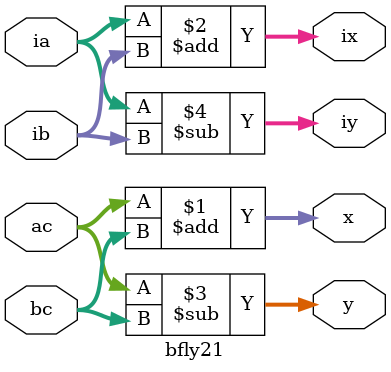
<source format=v>
`timescale 1ns/1ps

module bfly2(
input[31:0] ac,bc,ia,ib,
output [31:0] x,y,ix,iy
);
assign x=ac+bc;
assign ix=ia+ib;
assign y=ac-bc;
assign iy=ia-ib;

endmodule

module bfly21(
input[63:0] ac,bc,ia,ib,
output [63:0] x,y,ix,iy
);
assign x=ac+bc;
assign ix=ia+ib;
assign y=ac-bc;
assign iy=ia-ib;

endmodule
</source>
